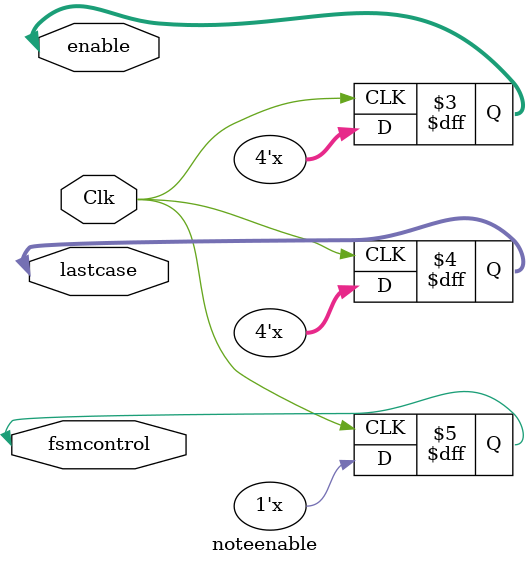
<source format=sv>
module noteenable(
	input Clk,
	inout wire [3:0] enable,
	inout wire [3:0] lastcase,
	inout wire fsmcontrol);

	initial
		begin
			enable=4'b0001;
			lastcase=4'bzzzz;
			fsmcontrol=1'b0;
		end
	always_ff @(negedge Clk)
				begin
					fsmcontrol <= 1'bz;
					enable<= 4'bzzzz;
					lastcase<= 4'bzzzz;
				end
endmodule

</source>
